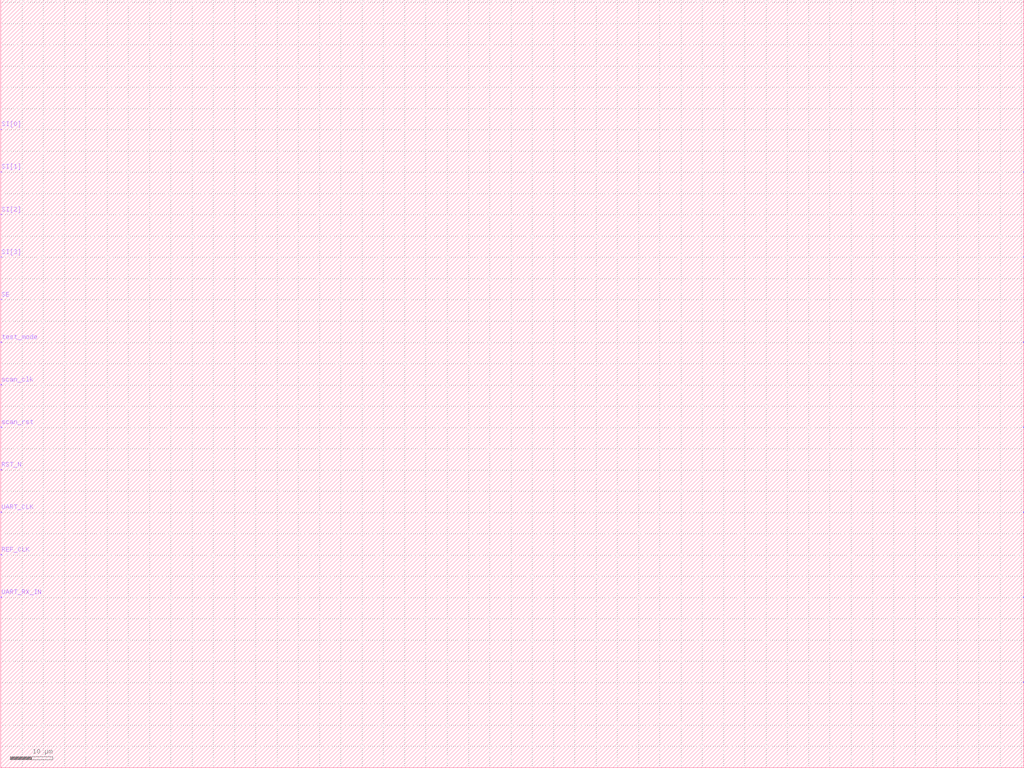
<source format=lef>

#******
# Preview export LEF
#
#	 Preview sub-version 5.10.41.500.3.38
#
# TECH LIB NAME: tsmc18
# TECH FILE NAME: techfile.cds
#******

VERSION 5.4 ;

NAMESCASESENSITIVE ON ;

DIVIDERCHAR "|" ;
BUSBITCHARS "[]" ;

UNITS
    DATABASE MICRONS 100  ;
END UNITS

MACRO SYS_TOP
    CLASS CORE ;
    FOREIGN SYS_TOP 0 0 ;
    ORIGIN 0.00 0.00 ;
    SIZE 240.6 BY 180.6 ;
    SYMMETRY X Y ;
    PIN SI[0]
        DIRECTION INPUT ;
        PORT
        LAYER METAL2 ;
        RECT  0.00 150 0.2 150.2 ;
        END
	AntennaGateArea 0.0 ;
    END SI[0]
    PIN SI[1]
        DIRECTION INPUT ;
        PORT
        LAYER METAL2 ;
        RECT  0.00 140 0.2 140.2 ;
        END
	AntennaGateArea 0.0 ;
    END SI[1]
    PIN SI[2]
        DIRECTION INPUT ;
        PORT
        LAYER METAL2 ;
        RECT  0.00 130 0.2 130.2 ;
        END
	AntennaGateArea 0.0 ;
    END SI[2]
    PIN SI[3]
        DIRECTION INPUT ;
        PORT
        LAYER METAL2 ;
        RECT  0.00 120 0.2 120.2 ;
        END
	AntennaGateArea 0.0 ;
    END SI[3]
    PIN SE
        DIRECTION INPUT ;
        PORT
        LAYER METAL2 ;
        RECT  0.00 110 0.2 110.2 ;
        END
	AntennaGateArea 0.0 ;
    END SE
    PIN test_mode
        DIRECTION INPUT ;
        PORT
        LAYER METAL2 ;
        RECT  0.00 100 0.2 100.2 ;
        END
	AntennaGateArea 0.0 ;
    END test_mode
    PIN scan_clk
        DIRECTION INPUT ;
        PORT
        LAYER METAL2 ;
        RECT  0.00 90 0.2 90.2 ;
        END
	AntennaGateArea 0.0 ;
    END scan_clk
    PIN scan_rst
        DIRECTION INPUT ;
        PORT
        LAYER METAL2 ;
        RECT  0.00 80 0.2 80.2 ;
        END
	AntennaGateArea 0.0 ;
    END scan_rst
    PIN RST_N
        DIRECTION INPUT ;
        PORT
        LAYER METAL2 ;
        RECT  0.00 70 0.2 70.2 ;
        END
	AntennaGateArea 0.0 ;
    END RST_N
    PIN UART_CLK
        DIRECTION INPUT ;
        PORT
        LAYER METAL2 ;
        RECT  0.00 60 0.2 60.2 ;
        END
	AntennaGateArea 0.0 ;
    END UART_CLK
    PIN REF_CLK
        DIRECTION INPUT ;
        PORT
        LAYER METAL2 ;
        RECT  0.00 50 0.2 50.2 ;
        END
	AntennaGateArea 0.0 ;
    END REF_CLK
    PIN UART_RX_IN
        DIRECTION INPUT ;
        PORT
        LAYER METAL2 ;
        RECT  0.00 40 0.2 40.2 ;
        END
	AntennaGateArea 0.0 ;
    END UART_RX_IN
    PIN SO[0]
        DIRECTION OUTPUT ;
        PORT
        LAYER METAL3 ;
        RECT  240.47 140 240.67 140.2 ; 
        END
	AntennaDiffArea 0.575 ;
    END SO[0]
    PIN SO[1]
        DIRECTION OUTPUT ;
        PORT
        LAYER METAL3 ;
        RECT  240.47 120 240.67 120.2 ; 
        END
	AntennaDiffArea 0.575 ;
    END SO[1]
    PIN SO[2]
        DIRECTION OUTPUT ;
        PORT
        LAYER METAL3 ;
        RECT  240.47 100 240.67 100.2 ; 
        END
	AntennaDiffArea 0.575 ;
    END SO[2]
    PIN SO[3]
        DIRECTION OUTPUT ;
        PORT
        LAYER METAL3 ;
        RECT  240.47 80 240.67 80.2 ; 
        END
	AntennaDiffArea 0.575 ;
    END SO[3]
    PIN UART_TX_O
        DIRECTION OUTPUT ;
        PORT
        LAYER METAL3 ;
        RECT  240.47 60 240.67 60.2 ; 
        END
	AntennaDiffArea 0.575 ;
    END UART_TX_O
    PIN parity_error
        DIRECTION OUTPUT ;
        PORT
        LAYER METAL3 ;
        RECT  240.47 40 240.67 40.2 ; 
        END
	AntennaDiffArea 0.575 ;
    END parity_error
    PIN framing_error
        DIRECTION OUTPUT ;
        PORT
        LAYER METAL3 ;
        RECT  240.47 20 240.67 20.2 ; 
        END
	AntennaDiffArea 0.575 ;
    END framing_error
END SYS_TOP

END LIBRARY


</source>
